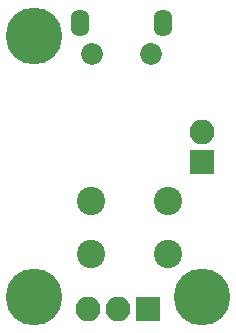
<source format=gbs>
G04 #@! TF.FileFunction,Soldermask,Bot*
%FSLAX46Y46*%
G04 Gerber Fmt 4.6, Leading zero omitted, Abs format (unit mm)*
G04 Created by KiCad (PCBNEW 4.0.7) date 04/30/18 22:22:12*
%MOMM*%
%LPD*%
G01*
G04 APERTURE LIST*
%ADD10C,0.100000*%
%ADD11C,4.800000*%
%ADD12C,1.850000*%
%ADD13O,1.600000X2.300000*%
%ADD14R,2.100000X2.100000*%
%ADD15O,2.100000X2.100000*%
%ADD16C,2.400000*%
G04 APERTURE END LIST*
D10*
D11*
X17526000Y-17526000D03*
X17526000Y-39624000D03*
X31750000Y-39624000D03*
D12*
X27456000Y-19114000D03*
X22456000Y-19114000D03*
D13*
X28456000Y-16414000D03*
X21456000Y-16414000D03*
D14*
X27178000Y-40640000D03*
D15*
X24638000Y-40640000D03*
X22098000Y-40640000D03*
D16*
X22352000Y-35996000D03*
X22352000Y-31496000D03*
X28852000Y-35996000D03*
X28852000Y-31496000D03*
D14*
X31750000Y-28194000D03*
D15*
X31750000Y-25654000D03*
M02*

</source>
